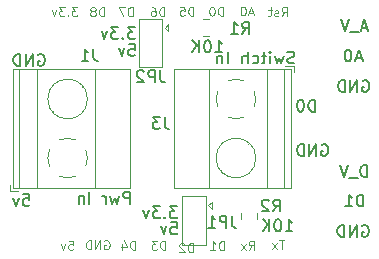
<source format=gbr>
G04 #@! TF.GenerationSoftware,KiCad,Pcbnew,(5.1.5)-3*
G04 #@! TF.CreationDate,2020-06-15T13:00:21-04:00*
G04 #@! TF.ProjectId,Wemo_Shield,57656d6f-5f53-4686-9965-6c642e6b6963,v1*
G04 #@! TF.SameCoordinates,Original*
G04 #@! TF.FileFunction,Legend,Bot*
G04 #@! TF.FilePolarity,Positive*
%FSLAX46Y46*%
G04 Gerber Fmt 4.6, Leading zero omitted, Abs format (unit mm)*
G04 Created by KiCad (PCBNEW (5.1.5)-3) date 2020-06-15 13:00:21*
%MOMM*%
%LPD*%
G04 APERTURE LIST*
%ADD10C,0.100000*%
%ADD11C,0.150000*%
%ADD12C,0.120000*%
G04 APERTURE END LIST*
D10*
X143653571Y-110264285D02*
X143653571Y-109514285D01*
X143475000Y-109514285D01*
X143367857Y-109550000D01*
X143296428Y-109621428D01*
X143260714Y-109692857D01*
X143225000Y-109835714D01*
X143225000Y-109942857D01*
X143260714Y-110085714D01*
X143296428Y-110157142D01*
X143367857Y-110228571D01*
X143475000Y-110264285D01*
X143653571Y-110264285D01*
X142939285Y-109585714D02*
X142903571Y-109550000D01*
X142832142Y-109514285D01*
X142653571Y-109514285D01*
X142582142Y-109550000D01*
X142546428Y-109585714D01*
X142510714Y-109657142D01*
X142510714Y-109728571D01*
X142546428Y-109835714D01*
X142975000Y-110264285D01*
X142510714Y-110264285D01*
X151392857Y-109239285D02*
X150964285Y-109239285D01*
X151178571Y-109989285D02*
X151178571Y-109239285D01*
X150785714Y-109989285D02*
X150392857Y-109489285D01*
X150785714Y-109489285D02*
X150392857Y-109989285D01*
X148396428Y-110039285D02*
X148646428Y-109682142D01*
X148825000Y-110039285D02*
X148825000Y-109289285D01*
X148539285Y-109289285D01*
X148467857Y-109325000D01*
X148432142Y-109360714D01*
X148396428Y-109432142D01*
X148396428Y-109539285D01*
X148432142Y-109610714D01*
X148467857Y-109646428D01*
X148539285Y-109682142D01*
X148825000Y-109682142D01*
X148146428Y-110039285D02*
X147753571Y-109539285D01*
X148146428Y-109539285D02*
X147753571Y-110039285D01*
X146278571Y-110089285D02*
X146278571Y-109339285D01*
X146100000Y-109339285D01*
X145992857Y-109375000D01*
X145921428Y-109446428D01*
X145885714Y-109517857D01*
X145850000Y-109660714D01*
X145850000Y-109767857D01*
X145885714Y-109910714D01*
X145921428Y-109982142D01*
X145992857Y-110053571D01*
X146100000Y-110089285D01*
X146278571Y-110089285D01*
X145135714Y-110089285D02*
X145564285Y-110089285D01*
X145350000Y-110089285D02*
X145350000Y-109339285D01*
X145421428Y-109446428D01*
X145492857Y-109517857D01*
X145564285Y-109553571D01*
X141303571Y-110039285D02*
X141303571Y-109289285D01*
X141125000Y-109289285D01*
X141017857Y-109325000D01*
X140946428Y-109396428D01*
X140910714Y-109467857D01*
X140875000Y-109610714D01*
X140875000Y-109717857D01*
X140910714Y-109860714D01*
X140946428Y-109932142D01*
X141017857Y-110003571D01*
X141125000Y-110039285D01*
X141303571Y-110039285D01*
X140625000Y-109289285D02*
X140160714Y-109289285D01*
X140410714Y-109575000D01*
X140303571Y-109575000D01*
X140232142Y-109610714D01*
X140196428Y-109646428D01*
X140160714Y-109717857D01*
X140160714Y-109896428D01*
X140196428Y-109967857D01*
X140232142Y-110003571D01*
X140303571Y-110039285D01*
X140517857Y-110039285D01*
X140589285Y-110003571D01*
X140625000Y-109967857D01*
X138753571Y-110039285D02*
X138753571Y-109289285D01*
X138575000Y-109289285D01*
X138467857Y-109325000D01*
X138396428Y-109396428D01*
X138360714Y-109467857D01*
X138325000Y-109610714D01*
X138325000Y-109717857D01*
X138360714Y-109860714D01*
X138396428Y-109932142D01*
X138467857Y-110003571D01*
X138575000Y-110039285D01*
X138753571Y-110039285D01*
X137682142Y-109539285D02*
X137682142Y-110039285D01*
X137860714Y-109253571D02*
X138039285Y-109789285D01*
X137575000Y-109789285D01*
X136128571Y-90289285D02*
X136128571Y-89539285D01*
X135950000Y-89539285D01*
X135842857Y-89575000D01*
X135771428Y-89646428D01*
X135735714Y-89717857D01*
X135700000Y-89860714D01*
X135700000Y-89967857D01*
X135735714Y-90110714D01*
X135771428Y-90182142D01*
X135842857Y-90253571D01*
X135950000Y-90289285D01*
X136128571Y-90289285D01*
X135271428Y-89860714D02*
X135342857Y-89825000D01*
X135378571Y-89789285D01*
X135414285Y-89717857D01*
X135414285Y-89682142D01*
X135378571Y-89610714D01*
X135342857Y-89575000D01*
X135271428Y-89539285D01*
X135128571Y-89539285D01*
X135057142Y-89575000D01*
X135021428Y-89610714D01*
X134985714Y-89682142D01*
X134985714Y-89717857D01*
X135021428Y-89789285D01*
X135057142Y-89825000D01*
X135128571Y-89860714D01*
X135271428Y-89860714D01*
X135342857Y-89896428D01*
X135378571Y-89932142D01*
X135414285Y-90003571D01*
X135414285Y-90146428D01*
X135378571Y-90217857D01*
X135342857Y-90253571D01*
X135271428Y-90289285D01*
X135128571Y-90289285D01*
X135057142Y-90253571D01*
X135021428Y-90217857D01*
X134985714Y-90146428D01*
X134985714Y-90003571D01*
X135021428Y-89932142D01*
X135057142Y-89896428D01*
X135128571Y-89860714D01*
X138553571Y-90264285D02*
X138553571Y-89514285D01*
X138375000Y-89514285D01*
X138267857Y-89550000D01*
X138196428Y-89621428D01*
X138160714Y-89692857D01*
X138125000Y-89835714D01*
X138125000Y-89942857D01*
X138160714Y-90085714D01*
X138196428Y-90157142D01*
X138267857Y-90228571D01*
X138375000Y-90264285D01*
X138553571Y-90264285D01*
X137875000Y-89514285D02*
X137375000Y-89514285D01*
X137696428Y-90264285D01*
X141228571Y-90289285D02*
X141228571Y-89539285D01*
X141050000Y-89539285D01*
X140942857Y-89575000D01*
X140871428Y-89646428D01*
X140835714Y-89717857D01*
X140800000Y-89860714D01*
X140800000Y-89967857D01*
X140835714Y-90110714D01*
X140871428Y-90182142D01*
X140942857Y-90253571D01*
X141050000Y-90289285D01*
X141228571Y-90289285D01*
X140157142Y-89539285D02*
X140300000Y-89539285D01*
X140371428Y-89575000D01*
X140407142Y-89610714D01*
X140478571Y-89717857D01*
X140514285Y-89860714D01*
X140514285Y-90146428D01*
X140478571Y-90217857D01*
X140442857Y-90253571D01*
X140371428Y-90289285D01*
X140228571Y-90289285D01*
X140157142Y-90253571D01*
X140121428Y-90217857D01*
X140085714Y-90146428D01*
X140085714Y-89967857D01*
X140121428Y-89896428D01*
X140157142Y-89860714D01*
X140228571Y-89825000D01*
X140371428Y-89825000D01*
X140442857Y-89860714D01*
X140478571Y-89896428D01*
X140514285Y-89967857D01*
X143678571Y-90239285D02*
X143678571Y-89489285D01*
X143500000Y-89489285D01*
X143392857Y-89525000D01*
X143321428Y-89596428D01*
X143285714Y-89667857D01*
X143250000Y-89810714D01*
X143250000Y-89917857D01*
X143285714Y-90060714D01*
X143321428Y-90132142D01*
X143392857Y-90203571D01*
X143500000Y-90239285D01*
X143678571Y-90239285D01*
X142571428Y-89489285D02*
X142928571Y-89489285D01*
X142964285Y-89846428D01*
X142928571Y-89810714D01*
X142857142Y-89775000D01*
X142678571Y-89775000D01*
X142607142Y-89810714D01*
X142571428Y-89846428D01*
X142535714Y-89917857D01*
X142535714Y-90096428D01*
X142571428Y-90167857D01*
X142607142Y-90203571D01*
X142678571Y-90239285D01*
X142857142Y-90239285D01*
X142928571Y-90203571D01*
X142964285Y-90167857D01*
X146203571Y-90239285D02*
X146203571Y-89489285D01*
X146025000Y-89489285D01*
X145917857Y-89525000D01*
X145846428Y-89596428D01*
X145810714Y-89667857D01*
X145775000Y-89810714D01*
X145775000Y-89917857D01*
X145810714Y-90060714D01*
X145846428Y-90132142D01*
X145917857Y-90203571D01*
X146025000Y-90239285D01*
X146203571Y-90239285D01*
X145310714Y-89489285D02*
X145239285Y-89489285D01*
X145167857Y-89525000D01*
X145132142Y-89560714D01*
X145096428Y-89632142D01*
X145060714Y-89775000D01*
X145060714Y-89953571D01*
X145096428Y-90096428D01*
X145132142Y-90167857D01*
X145167857Y-90203571D01*
X145239285Y-90239285D01*
X145310714Y-90239285D01*
X145382142Y-90203571D01*
X145417857Y-90167857D01*
X145453571Y-90096428D01*
X145489285Y-89953571D01*
X145489285Y-89775000D01*
X145453571Y-89632142D01*
X145417857Y-89560714D01*
X145382142Y-89525000D01*
X145310714Y-89489285D01*
X148760714Y-90000000D02*
X148403571Y-90000000D01*
X148832142Y-90214285D02*
X148582142Y-89464285D01*
X148332142Y-90214285D01*
X147939285Y-89464285D02*
X147867857Y-89464285D01*
X147796428Y-89500000D01*
X147760714Y-89535714D01*
X147725000Y-89607142D01*
X147689285Y-89750000D01*
X147689285Y-89928571D01*
X147725000Y-90071428D01*
X147760714Y-90142857D01*
X147796428Y-90178571D01*
X147867857Y-90214285D01*
X147939285Y-90214285D01*
X148010714Y-90178571D01*
X148046428Y-90142857D01*
X148082142Y-90071428D01*
X148117857Y-89928571D01*
X148117857Y-89750000D01*
X148082142Y-89607142D01*
X148046428Y-89535714D01*
X148010714Y-89500000D01*
X147939285Y-89464285D01*
X151160714Y-90264285D02*
X151410714Y-89907142D01*
X151589285Y-90264285D02*
X151589285Y-89514285D01*
X151303571Y-89514285D01*
X151232142Y-89550000D01*
X151196428Y-89585714D01*
X151160714Y-89657142D01*
X151160714Y-89764285D01*
X151196428Y-89835714D01*
X151232142Y-89871428D01*
X151303571Y-89907142D01*
X151589285Y-89907142D01*
X150875000Y-90228571D02*
X150803571Y-90264285D01*
X150660714Y-90264285D01*
X150589285Y-90228571D01*
X150553571Y-90157142D01*
X150553571Y-90121428D01*
X150589285Y-90050000D01*
X150660714Y-90014285D01*
X150767857Y-90014285D01*
X150839285Y-89978571D01*
X150875000Y-89907142D01*
X150875000Y-89871428D01*
X150839285Y-89800000D01*
X150767857Y-89764285D01*
X150660714Y-89764285D01*
X150589285Y-89800000D01*
X150339285Y-89764285D02*
X150053571Y-89764285D01*
X150232142Y-89514285D02*
X150232142Y-90157142D01*
X150196428Y-90228571D01*
X150125000Y-90264285D01*
X150053571Y-90264285D01*
X133871428Y-89514285D02*
X133407142Y-89514285D01*
X133657142Y-89800000D01*
X133550000Y-89800000D01*
X133478571Y-89835714D01*
X133442857Y-89871428D01*
X133407142Y-89942857D01*
X133407142Y-90121428D01*
X133442857Y-90192857D01*
X133478571Y-90228571D01*
X133550000Y-90264285D01*
X133764285Y-90264285D01*
X133835714Y-90228571D01*
X133871428Y-90192857D01*
X133085714Y-90192857D02*
X133050000Y-90228571D01*
X133085714Y-90264285D01*
X133121428Y-90228571D01*
X133085714Y-90192857D01*
X133085714Y-90264285D01*
X132800000Y-89514285D02*
X132335714Y-89514285D01*
X132585714Y-89800000D01*
X132478571Y-89800000D01*
X132407142Y-89835714D01*
X132371428Y-89871428D01*
X132335714Y-89942857D01*
X132335714Y-90121428D01*
X132371428Y-90192857D01*
X132407142Y-90228571D01*
X132478571Y-90264285D01*
X132692857Y-90264285D01*
X132764285Y-90228571D01*
X132800000Y-90192857D01*
X132085714Y-89764285D02*
X131907142Y-90264285D01*
X131728571Y-89764285D01*
X136171428Y-109300000D02*
X136242857Y-109264285D01*
X136350000Y-109264285D01*
X136457142Y-109300000D01*
X136528571Y-109371428D01*
X136564285Y-109442857D01*
X136600000Y-109585714D01*
X136600000Y-109692857D01*
X136564285Y-109835714D01*
X136528571Y-109907142D01*
X136457142Y-109978571D01*
X136350000Y-110014285D01*
X136278571Y-110014285D01*
X136171428Y-109978571D01*
X136135714Y-109942857D01*
X136135714Y-109692857D01*
X136278571Y-109692857D01*
X135814285Y-110014285D02*
X135814285Y-109264285D01*
X135385714Y-110014285D01*
X135385714Y-109264285D01*
X135028571Y-110014285D02*
X135028571Y-109264285D01*
X134850000Y-109264285D01*
X134742857Y-109300000D01*
X134671428Y-109371428D01*
X134635714Y-109442857D01*
X134600000Y-109585714D01*
X134600000Y-109692857D01*
X134635714Y-109835714D01*
X134671428Y-109907142D01*
X134742857Y-109978571D01*
X134850000Y-110014285D01*
X135028571Y-110014285D01*
X133132142Y-109289285D02*
X133489285Y-109289285D01*
X133525000Y-109646428D01*
X133489285Y-109610714D01*
X133417857Y-109575000D01*
X133239285Y-109575000D01*
X133167857Y-109610714D01*
X133132142Y-109646428D01*
X133096428Y-109717857D01*
X133096428Y-109896428D01*
X133132142Y-109967857D01*
X133167857Y-110003571D01*
X133239285Y-110039285D01*
X133417857Y-110039285D01*
X133489285Y-110003571D01*
X133525000Y-109967857D01*
X132846428Y-109539285D02*
X132667857Y-110039285D01*
X132489285Y-109539285D01*
D11*
X157939285Y-93816666D02*
X157463095Y-93816666D01*
X158034523Y-94102380D02*
X157701190Y-93102380D01*
X157367857Y-94102380D01*
X156844047Y-93102380D02*
X156748809Y-93102380D01*
X156653571Y-93150000D01*
X156605952Y-93197619D01*
X156558333Y-93292857D01*
X156510714Y-93483333D01*
X156510714Y-93721428D01*
X156558333Y-93911904D01*
X156605952Y-94007142D01*
X156653571Y-94054761D01*
X156748809Y-94102380D01*
X156844047Y-94102380D01*
X156939285Y-94054761D01*
X156986904Y-94007142D01*
X157034523Y-93911904D01*
X157082142Y-93721428D01*
X157082142Y-93483333D01*
X157034523Y-93292857D01*
X156986904Y-93197619D01*
X156939285Y-93150000D01*
X156844047Y-93102380D01*
X158422619Y-91266666D02*
X157946428Y-91266666D01*
X158517857Y-91552380D02*
X158184523Y-90552380D01*
X157851190Y-91552380D01*
X157755952Y-91647619D02*
X156994047Y-91647619D01*
X156898809Y-90552380D02*
X156565476Y-91552380D01*
X156232142Y-90552380D01*
X158036904Y-95750000D02*
X158132142Y-95702380D01*
X158275000Y-95702380D01*
X158417857Y-95750000D01*
X158513095Y-95845238D01*
X158560714Y-95940476D01*
X158608333Y-96130952D01*
X158608333Y-96273809D01*
X158560714Y-96464285D01*
X158513095Y-96559523D01*
X158417857Y-96654761D01*
X158275000Y-96702380D01*
X158179761Y-96702380D01*
X158036904Y-96654761D01*
X157989285Y-96607142D01*
X157989285Y-96273809D01*
X158179761Y-96273809D01*
X157560714Y-96702380D02*
X157560714Y-95702380D01*
X156989285Y-96702380D01*
X156989285Y-95702380D01*
X156513095Y-96702380D02*
X156513095Y-95702380D01*
X156275000Y-95702380D01*
X156132142Y-95750000D01*
X156036904Y-95845238D01*
X155989285Y-95940476D01*
X155941666Y-96130952D01*
X155941666Y-96273809D01*
X155989285Y-96464285D01*
X156036904Y-96559523D01*
X156132142Y-96654761D01*
X156275000Y-96702380D01*
X156513095Y-96702380D01*
X129292857Y-105327380D02*
X129769047Y-105327380D01*
X129816666Y-105803571D01*
X129769047Y-105755952D01*
X129673809Y-105708333D01*
X129435714Y-105708333D01*
X129340476Y-105755952D01*
X129292857Y-105803571D01*
X129245238Y-105898809D01*
X129245238Y-106136904D01*
X129292857Y-106232142D01*
X129340476Y-106279761D01*
X129435714Y-106327380D01*
X129673809Y-106327380D01*
X129769047Y-106279761D01*
X129816666Y-106232142D01*
X128911904Y-105660714D02*
X128673809Y-106327380D01*
X128435714Y-105660714D01*
X130561904Y-93525000D02*
X130657142Y-93477380D01*
X130800000Y-93477380D01*
X130942857Y-93525000D01*
X131038095Y-93620238D01*
X131085714Y-93715476D01*
X131133333Y-93905952D01*
X131133333Y-94048809D01*
X131085714Y-94239285D01*
X131038095Y-94334523D01*
X130942857Y-94429761D01*
X130800000Y-94477380D01*
X130704761Y-94477380D01*
X130561904Y-94429761D01*
X130514285Y-94382142D01*
X130514285Y-94048809D01*
X130704761Y-94048809D01*
X130085714Y-94477380D02*
X130085714Y-93477380D01*
X129514285Y-94477380D01*
X129514285Y-93477380D01*
X129038095Y-94477380D02*
X129038095Y-93477380D01*
X128800000Y-93477380D01*
X128657142Y-93525000D01*
X128561904Y-93620238D01*
X128514285Y-93715476D01*
X128466666Y-93905952D01*
X128466666Y-94048809D01*
X128514285Y-94239285D01*
X128561904Y-94334523D01*
X128657142Y-94429761D01*
X128800000Y-94477380D01*
X129038095Y-94477380D01*
X154013095Y-98352380D02*
X154013095Y-97352380D01*
X153775000Y-97352380D01*
X153632142Y-97400000D01*
X153536904Y-97495238D01*
X153489285Y-97590476D01*
X153441666Y-97780952D01*
X153441666Y-97923809D01*
X153489285Y-98114285D01*
X153536904Y-98209523D01*
X153632142Y-98304761D01*
X153775000Y-98352380D01*
X154013095Y-98352380D01*
X152822619Y-97352380D02*
X152727380Y-97352380D01*
X152632142Y-97400000D01*
X152584523Y-97447619D01*
X152536904Y-97542857D01*
X152489285Y-97733333D01*
X152489285Y-97971428D01*
X152536904Y-98161904D01*
X152584523Y-98257142D01*
X152632142Y-98304761D01*
X152727380Y-98352380D01*
X152822619Y-98352380D01*
X152917857Y-98304761D01*
X152965476Y-98257142D01*
X153013095Y-98161904D01*
X153060714Y-97971428D01*
X153060714Y-97733333D01*
X153013095Y-97542857D01*
X152965476Y-97447619D01*
X152917857Y-97400000D01*
X152822619Y-97352380D01*
X154561904Y-101150000D02*
X154657142Y-101102380D01*
X154800000Y-101102380D01*
X154942857Y-101150000D01*
X155038095Y-101245238D01*
X155085714Y-101340476D01*
X155133333Y-101530952D01*
X155133333Y-101673809D01*
X155085714Y-101864285D01*
X155038095Y-101959523D01*
X154942857Y-102054761D01*
X154800000Y-102102380D01*
X154704761Y-102102380D01*
X154561904Y-102054761D01*
X154514285Y-102007142D01*
X154514285Y-101673809D01*
X154704761Y-101673809D01*
X154085714Y-102102380D02*
X154085714Y-101102380D01*
X153514285Y-102102380D01*
X153514285Y-101102380D01*
X153038095Y-102102380D02*
X153038095Y-101102380D01*
X152800000Y-101102380D01*
X152657142Y-101150000D01*
X152561904Y-101245238D01*
X152514285Y-101340476D01*
X152466666Y-101530952D01*
X152466666Y-101673809D01*
X152514285Y-101864285D01*
X152561904Y-101959523D01*
X152657142Y-102054761D01*
X152800000Y-102102380D01*
X153038095Y-102102380D01*
X158396428Y-103877380D02*
X158396428Y-102877380D01*
X158158333Y-102877380D01*
X158015476Y-102925000D01*
X157920238Y-103020238D01*
X157872619Y-103115476D01*
X157825000Y-103305952D01*
X157825000Y-103448809D01*
X157872619Y-103639285D01*
X157920238Y-103734523D01*
X158015476Y-103829761D01*
X158158333Y-103877380D01*
X158396428Y-103877380D01*
X157634523Y-103972619D02*
X156872619Y-103972619D01*
X156777380Y-102877380D02*
X156444047Y-103877380D01*
X156110714Y-102877380D01*
X157986904Y-108025000D02*
X158082142Y-107977380D01*
X158225000Y-107977380D01*
X158367857Y-108025000D01*
X158463095Y-108120238D01*
X158510714Y-108215476D01*
X158558333Y-108405952D01*
X158558333Y-108548809D01*
X158510714Y-108739285D01*
X158463095Y-108834523D01*
X158367857Y-108929761D01*
X158225000Y-108977380D01*
X158129761Y-108977380D01*
X157986904Y-108929761D01*
X157939285Y-108882142D01*
X157939285Y-108548809D01*
X158129761Y-108548809D01*
X157510714Y-108977380D02*
X157510714Y-107977380D01*
X156939285Y-108977380D01*
X156939285Y-107977380D01*
X156463095Y-108977380D02*
X156463095Y-107977380D01*
X156225000Y-107977380D01*
X156082142Y-108025000D01*
X155986904Y-108120238D01*
X155939285Y-108215476D01*
X155891666Y-108405952D01*
X155891666Y-108548809D01*
X155939285Y-108739285D01*
X155986904Y-108834523D01*
X156082142Y-108929761D01*
X156225000Y-108977380D01*
X156463095Y-108977380D01*
X158088095Y-106377380D02*
X158088095Y-105377380D01*
X157850000Y-105377380D01*
X157707142Y-105425000D01*
X157611904Y-105520238D01*
X157564285Y-105615476D01*
X157516666Y-105805952D01*
X157516666Y-105948809D01*
X157564285Y-106139285D01*
X157611904Y-106234523D01*
X157707142Y-106329761D01*
X157850000Y-106377380D01*
X158088095Y-106377380D01*
X156564285Y-106377380D02*
X157135714Y-106377380D01*
X156850000Y-106377380D02*
X156850000Y-105377380D01*
X156945238Y-105520238D01*
X157040476Y-105615476D01*
X157135714Y-105663095D01*
X141792857Y-107727380D02*
X142269047Y-107727380D01*
X142316666Y-108203571D01*
X142269047Y-108155952D01*
X142173809Y-108108333D01*
X141935714Y-108108333D01*
X141840476Y-108155952D01*
X141792857Y-108203571D01*
X141745238Y-108298809D01*
X141745238Y-108536904D01*
X141792857Y-108632142D01*
X141840476Y-108679761D01*
X141935714Y-108727380D01*
X142173809Y-108727380D01*
X142269047Y-108679761D01*
X142316666Y-108632142D01*
X141411904Y-108060714D02*
X141173809Y-108727380D01*
X140935714Y-108060714D01*
X138242857Y-92652380D02*
X138719047Y-92652380D01*
X138766666Y-93128571D01*
X138719047Y-93080952D01*
X138623809Y-93033333D01*
X138385714Y-93033333D01*
X138290476Y-93080952D01*
X138242857Y-93128571D01*
X138195238Y-93223809D01*
X138195238Y-93461904D01*
X138242857Y-93557142D01*
X138290476Y-93604761D01*
X138385714Y-93652380D01*
X138623809Y-93652380D01*
X138719047Y-93604761D01*
X138766666Y-93557142D01*
X137861904Y-92985714D02*
X137623809Y-93652380D01*
X137385714Y-92985714D01*
X138778571Y-91202380D02*
X138159523Y-91202380D01*
X138492857Y-91583333D01*
X138350000Y-91583333D01*
X138254761Y-91630952D01*
X138207142Y-91678571D01*
X138159523Y-91773809D01*
X138159523Y-92011904D01*
X138207142Y-92107142D01*
X138254761Y-92154761D01*
X138350000Y-92202380D01*
X138635714Y-92202380D01*
X138730952Y-92154761D01*
X138778571Y-92107142D01*
X137730952Y-92107142D02*
X137683333Y-92154761D01*
X137730952Y-92202380D01*
X137778571Y-92154761D01*
X137730952Y-92107142D01*
X137730952Y-92202380D01*
X137350000Y-91202380D02*
X136730952Y-91202380D01*
X137064285Y-91583333D01*
X136921428Y-91583333D01*
X136826190Y-91630952D01*
X136778571Y-91678571D01*
X136730952Y-91773809D01*
X136730952Y-92011904D01*
X136778571Y-92107142D01*
X136826190Y-92154761D01*
X136921428Y-92202380D01*
X137207142Y-92202380D01*
X137302380Y-92154761D01*
X137350000Y-92107142D01*
X136397619Y-91535714D02*
X136159523Y-92202380D01*
X135921428Y-91535714D01*
X142328571Y-106377380D02*
X141709523Y-106377380D01*
X142042857Y-106758333D01*
X141900000Y-106758333D01*
X141804761Y-106805952D01*
X141757142Y-106853571D01*
X141709523Y-106948809D01*
X141709523Y-107186904D01*
X141757142Y-107282142D01*
X141804761Y-107329761D01*
X141900000Y-107377380D01*
X142185714Y-107377380D01*
X142280952Y-107329761D01*
X142328571Y-107282142D01*
X141280952Y-107282142D02*
X141233333Y-107329761D01*
X141280952Y-107377380D01*
X141328571Y-107329761D01*
X141280952Y-107282142D01*
X141280952Y-107377380D01*
X140900000Y-106377380D02*
X140280952Y-106377380D01*
X140614285Y-106758333D01*
X140471428Y-106758333D01*
X140376190Y-106805952D01*
X140328571Y-106853571D01*
X140280952Y-106948809D01*
X140280952Y-107186904D01*
X140328571Y-107282142D01*
X140376190Y-107329761D01*
X140471428Y-107377380D01*
X140757142Y-107377380D01*
X140852380Y-107329761D01*
X140900000Y-107282142D01*
X139947619Y-106710714D02*
X139709523Y-107377380D01*
X139471428Y-106710714D01*
D12*
X139075000Y-90500000D02*
X139075000Y-94600000D01*
X139075000Y-94600000D02*
X141075000Y-94600000D01*
X141075000Y-94600000D02*
X141075000Y-90500000D01*
X141075000Y-90500000D02*
X139075000Y-90500000D01*
X141275000Y-91250000D02*
X141575000Y-90950000D01*
X141575000Y-90950000D02*
X141575000Y-91550000D01*
X141275000Y-91250000D02*
X141575000Y-91550000D01*
X142775000Y-105525000D02*
X142775000Y-109625000D01*
X142775000Y-109625000D02*
X144775000Y-109625000D01*
X144775000Y-109625000D02*
X144775000Y-105525000D01*
X144775000Y-105525000D02*
X142775000Y-105525000D01*
X144975000Y-106275000D02*
X145275000Y-105975000D01*
X145275000Y-105975000D02*
X145275000Y-106575000D01*
X144975000Y-106275000D02*
X145275000Y-106575000D01*
X152200000Y-94491012D02*
X152200000Y-94991012D01*
X151460000Y-94491012D02*
X152200000Y-94491012D01*
X148323000Y-101064012D02*
X148369000Y-101017012D01*
X146025000Y-103361012D02*
X146061000Y-103326012D01*
X148539000Y-101257012D02*
X148574000Y-101222012D01*
X146231000Y-103566012D02*
X146277000Y-103519012D01*
X142039000Y-104851012D02*
X151960000Y-104851012D01*
X142039000Y-94731012D02*
X151960000Y-94731012D01*
X151960000Y-94731012D02*
X151960000Y-104851012D01*
X142039000Y-94731012D02*
X142039000Y-104851012D01*
X144999000Y-94731012D02*
X144999000Y-104851012D01*
X149900000Y-94731012D02*
X149900000Y-104851012D01*
X151400000Y-94731012D02*
X151400000Y-104851012D01*
X148980000Y-102291012D02*
G75*
G03X148980000Y-102291012I-1680000J0D01*
G01*
X148980253Y-97319817D02*
G75*
G03X148835000Y-96607012I-1680253J28805D01*
G01*
X147983042Y-95755586D02*
G75*
G03X146616000Y-95756012I-683042J-1535426D01*
G01*
X145764574Y-96607970D02*
G75*
G03X145765000Y-97975012I1535426J-683042D01*
G01*
X146616958Y-98826438D02*
G75*
G03X147984000Y-98826012I683042J1535426D01*
G01*
X148834756Y-97974330D02*
G75*
G03X148980000Y-97291012I-1534756J683318D01*
G01*
X149110000Y-106938748D02*
X149110000Y-107461252D01*
X147690000Y-106938748D02*
X147690000Y-107461252D01*
X144538748Y-90540000D02*
X145061252Y-90540000D01*
X144538748Y-91960000D02*
X145061252Y-91960000D01*
X128150000Y-105091012D02*
X128150000Y-104591012D01*
X128890000Y-105091012D02*
X128150000Y-105091012D01*
X132027000Y-98518012D02*
X131981000Y-98565012D01*
X134325000Y-96221012D02*
X134289000Y-96256012D01*
X131811000Y-98325012D02*
X131776000Y-98360012D01*
X134119000Y-96016012D02*
X134073000Y-96063012D01*
X138311000Y-94731012D02*
X128390000Y-94731012D01*
X138311000Y-104851012D02*
X128390000Y-104851012D01*
X128390000Y-104851012D02*
X128390000Y-94731012D01*
X138311000Y-104851012D02*
X138311000Y-94731012D01*
X135351000Y-104851012D02*
X135351000Y-94731012D01*
X130450000Y-104851012D02*
X130450000Y-94731012D01*
X128950000Y-104851012D02*
X128950000Y-94731012D01*
X134730000Y-97291012D02*
G75*
G03X134730000Y-97291012I-1680000J0D01*
G01*
X131369747Y-102262207D02*
G75*
G03X131515000Y-102975012I1680253J-28805D01*
G01*
X132366958Y-103826438D02*
G75*
G03X133734000Y-103826012I683042J1535426D01*
G01*
X134585426Y-102974054D02*
G75*
G03X134585000Y-101607012I-1535426J683042D01*
G01*
X133733042Y-100755586D02*
G75*
G03X132366000Y-100756012I-683042J-1535426D01*
G01*
X131515244Y-101607694D02*
G75*
G03X131370000Y-102291012I1534756J-683318D01*
G01*
D11*
X140908333Y-94877380D02*
X140908333Y-95591666D01*
X140955952Y-95734523D01*
X141051190Y-95829761D01*
X141194047Y-95877380D01*
X141289285Y-95877380D01*
X140432142Y-95877380D02*
X140432142Y-94877380D01*
X140051190Y-94877380D01*
X139955952Y-94925000D01*
X139908333Y-94972619D01*
X139860714Y-95067857D01*
X139860714Y-95210714D01*
X139908333Y-95305952D01*
X139955952Y-95353571D01*
X140051190Y-95401190D01*
X140432142Y-95401190D01*
X139479761Y-94972619D02*
X139432142Y-94925000D01*
X139336904Y-94877380D01*
X139098809Y-94877380D01*
X139003571Y-94925000D01*
X138955952Y-94972619D01*
X138908333Y-95067857D01*
X138908333Y-95163095D01*
X138955952Y-95305952D01*
X139527380Y-95877380D01*
X138908333Y-95877380D01*
X146958333Y-107177380D02*
X146958333Y-107891666D01*
X147005952Y-108034523D01*
X147101190Y-108129761D01*
X147244047Y-108177380D01*
X147339285Y-108177380D01*
X146482142Y-108177380D02*
X146482142Y-107177380D01*
X146101190Y-107177380D01*
X146005952Y-107225000D01*
X145958333Y-107272619D01*
X145910714Y-107367857D01*
X145910714Y-107510714D01*
X145958333Y-107605952D01*
X146005952Y-107653571D01*
X146101190Y-107701190D01*
X146482142Y-107701190D01*
X144958333Y-108177380D02*
X145529761Y-108177380D01*
X145244047Y-108177380D02*
X145244047Y-107177380D01*
X145339285Y-107320238D01*
X145434523Y-107415476D01*
X145529761Y-107463095D01*
X141258333Y-98818392D02*
X141258333Y-99532678D01*
X141305952Y-99675535D01*
X141401190Y-99770773D01*
X141544047Y-99818392D01*
X141639285Y-99818392D01*
X140877380Y-98818392D02*
X140258333Y-98818392D01*
X140591666Y-99199345D01*
X140448809Y-99199345D01*
X140353571Y-99246964D01*
X140305952Y-99294583D01*
X140258333Y-99389821D01*
X140258333Y-99627916D01*
X140305952Y-99723154D01*
X140353571Y-99770773D01*
X140448809Y-99818392D01*
X140734523Y-99818392D01*
X140829761Y-99770773D01*
X140877380Y-99723154D01*
X152235714Y-94229761D02*
X152092857Y-94277380D01*
X151854761Y-94277380D01*
X151759523Y-94229761D01*
X151711904Y-94182142D01*
X151664285Y-94086904D01*
X151664285Y-93991666D01*
X151711904Y-93896428D01*
X151759523Y-93848809D01*
X151854761Y-93801190D01*
X152045238Y-93753571D01*
X152140476Y-93705952D01*
X152188095Y-93658333D01*
X152235714Y-93563095D01*
X152235714Y-93467857D01*
X152188095Y-93372619D01*
X152140476Y-93325000D01*
X152045238Y-93277380D01*
X151807142Y-93277380D01*
X151664285Y-93325000D01*
X151330952Y-93610714D02*
X151140476Y-94277380D01*
X150950000Y-93801190D01*
X150759523Y-94277380D01*
X150569047Y-93610714D01*
X150188095Y-94277380D02*
X150188095Y-93610714D01*
X150188095Y-93277380D02*
X150235714Y-93325000D01*
X150188095Y-93372619D01*
X150140476Y-93325000D01*
X150188095Y-93277380D01*
X150188095Y-93372619D01*
X149854761Y-93610714D02*
X149473809Y-93610714D01*
X149711904Y-93277380D02*
X149711904Y-94134523D01*
X149664285Y-94229761D01*
X149569047Y-94277380D01*
X149473809Y-94277380D01*
X148711904Y-94229761D02*
X148807142Y-94277380D01*
X148997619Y-94277380D01*
X149092857Y-94229761D01*
X149140476Y-94182142D01*
X149188095Y-94086904D01*
X149188095Y-93801190D01*
X149140476Y-93705952D01*
X149092857Y-93658333D01*
X148997619Y-93610714D01*
X148807142Y-93610714D01*
X148711904Y-93658333D01*
X148283333Y-94277380D02*
X148283333Y-93277380D01*
X147854761Y-94277380D02*
X147854761Y-93753571D01*
X147902380Y-93658333D01*
X147997619Y-93610714D01*
X148140476Y-93610714D01*
X148235714Y-93658333D01*
X148283333Y-93705952D01*
X146616666Y-94277380D02*
X146616666Y-93277380D01*
X146140476Y-93610714D02*
X146140476Y-94277380D01*
X146140476Y-93705952D02*
X146092857Y-93658333D01*
X145997619Y-93610714D01*
X145854761Y-93610714D01*
X145759523Y-93658333D01*
X145711904Y-93753571D01*
X145711904Y-94277380D01*
X150441666Y-106802380D02*
X150775000Y-106326190D01*
X151013095Y-106802380D02*
X151013095Y-105802380D01*
X150632142Y-105802380D01*
X150536904Y-105850000D01*
X150489285Y-105897619D01*
X150441666Y-105992857D01*
X150441666Y-106135714D01*
X150489285Y-106230952D01*
X150536904Y-106278571D01*
X150632142Y-106326190D01*
X151013095Y-106326190D01*
X150060714Y-105897619D02*
X150013095Y-105850000D01*
X149917857Y-105802380D01*
X149679761Y-105802380D01*
X149584523Y-105850000D01*
X149536904Y-105897619D01*
X149489285Y-105992857D01*
X149489285Y-106088095D01*
X149536904Y-106230952D01*
X150108333Y-106802380D01*
X149489285Y-106802380D01*
X151515476Y-108477380D02*
X152086904Y-108477380D01*
X151801190Y-108477380D02*
X151801190Y-107477380D01*
X151896428Y-107620238D01*
X151991666Y-107715476D01*
X152086904Y-107763095D01*
X150896428Y-107477380D02*
X150801190Y-107477380D01*
X150705952Y-107525000D01*
X150658333Y-107572619D01*
X150610714Y-107667857D01*
X150563095Y-107858333D01*
X150563095Y-108096428D01*
X150610714Y-108286904D01*
X150658333Y-108382142D01*
X150705952Y-108429761D01*
X150801190Y-108477380D01*
X150896428Y-108477380D01*
X150991666Y-108429761D01*
X151039285Y-108382142D01*
X151086904Y-108286904D01*
X151134523Y-108096428D01*
X151134523Y-107858333D01*
X151086904Y-107667857D01*
X151039285Y-107572619D01*
X150991666Y-107525000D01*
X150896428Y-107477380D01*
X150134523Y-108477380D02*
X150134523Y-107477380D01*
X149563095Y-108477380D02*
X149991666Y-107905952D01*
X149563095Y-107477380D02*
X150134523Y-108048809D01*
X147841666Y-91777380D02*
X148175000Y-91301190D01*
X148413095Y-91777380D02*
X148413095Y-90777380D01*
X148032142Y-90777380D01*
X147936904Y-90825000D01*
X147889285Y-90872619D01*
X147841666Y-90967857D01*
X147841666Y-91110714D01*
X147889285Y-91205952D01*
X147936904Y-91253571D01*
X148032142Y-91301190D01*
X148413095Y-91301190D01*
X146889285Y-91777380D02*
X147460714Y-91777380D01*
X147175000Y-91777380D02*
X147175000Y-90777380D01*
X147270238Y-90920238D01*
X147365476Y-91015476D01*
X147460714Y-91063095D01*
X145565476Y-93327380D02*
X146136904Y-93327380D01*
X145851190Y-93327380D02*
X145851190Y-92327380D01*
X145946428Y-92470238D01*
X146041666Y-92565476D01*
X146136904Y-92613095D01*
X144946428Y-92327380D02*
X144851190Y-92327380D01*
X144755952Y-92375000D01*
X144708333Y-92422619D01*
X144660714Y-92517857D01*
X144613095Y-92708333D01*
X144613095Y-92946428D01*
X144660714Y-93136904D01*
X144708333Y-93232142D01*
X144755952Y-93279761D01*
X144851190Y-93327380D01*
X144946428Y-93327380D01*
X145041666Y-93279761D01*
X145089285Y-93232142D01*
X145136904Y-93136904D01*
X145184523Y-92946428D01*
X145184523Y-92708333D01*
X145136904Y-92517857D01*
X145089285Y-92422619D01*
X145041666Y-92375000D01*
X144946428Y-92327380D01*
X144184523Y-93327380D02*
X144184523Y-92327380D01*
X143613095Y-93327380D02*
X144041666Y-92755952D01*
X143613095Y-92327380D02*
X144184523Y-92898809D01*
X135233333Y-93052380D02*
X135233333Y-93766666D01*
X135280952Y-93909523D01*
X135376190Y-94004761D01*
X135519047Y-94052380D01*
X135614285Y-94052380D01*
X134233333Y-94052380D02*
X134804761Y-94052380D01*
X134519047Y-94052380D02*
X134519047Y-93052380D01*
X134614285Y-93195238D01*
X134709523Y-93290476D01*
X134804761Y-93338095D01*
X138316666Y-106152380D02*
X138316666Y-105152380D01*
X137935714Y-105152380D01*
X137840476Y-105200000D01*
X137792857Y-105247619D01*
X137745238Y-105342857D01*
X137745238Y-105485714D01*
X137792857Y-105580952D01*
X137840476Y-105628571D01*
X137935714Y-105676190D01*
X138316666Y-105676190D01*
X137411904Y-105485714D02*
X137221428Y-106152380D01*
X137030952Y-105676190D01*
X136840476Y-106152380D01*
X136650000Y-105485714D01*
X136269047Y-106152380D02*
X136269047Y-105485714D01*
X136269047Y-105676190D02*
X136221428Y-105580952D01*
X136173809Y-105533333D01*
X136078571Y-105485714D01*
X135983333Y-105485714D01*
X134888095Y-106152380D02*
X134888095Y-105152380D01*
X134411904Y-105485714D02*
X134411904Y-106152380D01*
X134411904Y-105580952D02*
X134364285Y-105533333D01*
X134269047Y-105485714D01*
X134126190Y-105485714D01*
X134030952Y-105533333D01*
X133983333Y-105628571D01*
X133983333Y-106152380D01*
M02*

</source>
